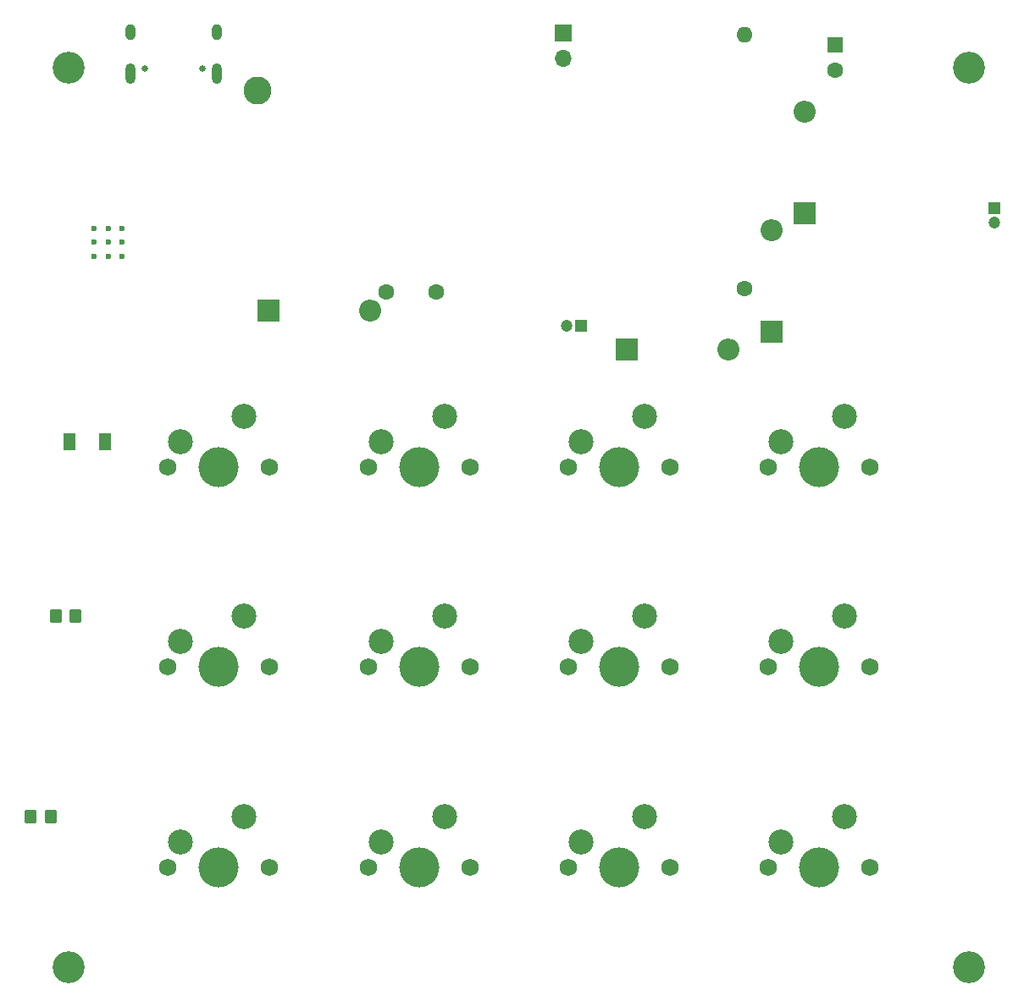
<source format=gbr>
%TF.GenerationSoftware,KiCad,Pcbnew,(6.0.0)*%
%TF.CreationDate,2022-04-12T23:44:40+02:00*%
%TF.ProjectId,keyboard_v1.0,6b657962-6f61-4726-945f-76312e302e6b,rev?*%
%TF.SameCoordinates,Original*%
%TF.FileFunction,Soldermask,Bot*%
%TF.FilePolarity,Negative*%
%FSLAX46Y46*%
G04 Gerber Fmt 4.6, Leading zero omitted, Abs format (unit mm)*
G04 Created by KiCad (PCBNEW (6.0.0)) date 2022-04-12 23:44:40*
%MOMM*%
%LPD*%
G01*
G04 APERTURE LIST*
G04 Aperture macros list*
%AMRoundRect*
0 Rectangle with rounded corners*
0 $1 Rounding radius*
0 $2 $3 $4 $5 $6 $7 $8 $9 X,Y pos of 4 corners*
0 Add a 4 corners polygon primitive as box body*
4,1,4,$2,$3,$4,$5,$6,$7,$8,$9,$2,$3,0*
0 Add four circle primitives for the rounded corners*
1,1,$1+$1,$2,$3*
1,1,$1+$1,$4,$5*
1,1,$1+$1,$6,$7*
1,1,$1+$1,$8,$9*
0 Add four rect primitives between the rounded corners*
20,1,$1+$1,$2,$3,$4,$5,0*
20,1,$1+$1,$4,$5,$6,$7,0*
20,1,$1+$1,$6,$7,$8,$9,0*
20,1,$1+$1,$8,$9,$2,$3,0*%
G04 Aperture macros list end*
%ADD10C,3.200000*%
%ADD11C,4.000000*%
%ADD12C,1.750000*%
%ADD13C,2.500000*%
%ADD14C,0.650000*%
%ADD15O,1.000000X2.100000*%
%ADD16O,1.000000X1.600000*%
%ADD17R,1.300000X1.700000*%
%ADD18RoundRect,0.250000X-0.350000X-0.450000X0.350000X-0.450000X0.350000X0.450000X-0.350000X0.450000X0*%
%ADD19C,0.600000*%
%ADD20R,1.700000X1.700000*%
%ADD21O,1.700000X1.700000*%
%ADD22C,1.600000*%
%ADD23R,1.200000X1.200000*%
%ADD24C,1.200000*%
%ADD25R,2.200000X2.200000*%
%ADD26O,2.200000X2.200000*%
%ADD27C,2.800000*%
%ADD28O,1.600000X1.600000*%
%ADD29R,1.600000X1.600000*%
G04 APERTURE END LIST*
D10*
%TO.C,M3*%
X45000000Y-35000000D03*
%TD*%
%TO.C,M3*%
X45000000Y-125000000D03*
%TD*%
%TO.C,M3*%
X135000000Y-35000000D03*
%TD*%
%TO.C,M3*%
X135000000Y-125000000D03*
%TD*%
D11*
%TO.C,SW3*%
X60000000Y-115000000D03*
D12*
X54920000Y-115000000D03*
X65080000Y-115000000D03*
D13*
X56190000Y-112460000D03*
X62540000Y-109920000D03*
%TD*%
D14*
%TO.C,P1*%
X58390000Y-35100000D03*
X52610000Y-35100000D03*
D15*
X51180000Y-35630000D03*
D16*
X51180000Y-31450000D03*
X59820000Y-31450000D03*
D15*
X59820000Y-35630000D03*
%TD*%
D13*
%TO.C,SW1*%
X62540000Y-69920000D03*
X56190000Y-72460000D03*
D12*
X65080000Y-75000000D03*
X54920000Y-75000000D03*
D11*
X60000000Y-75000000D03*
%TD*%
%TO.C,SW8*%
X100000000Y-95000000D03*
D12*
X94920000Y-95000000D03*
X105080000Y-95000000D03*
D13*
X96190000Y-92460000D03*
X102540000Y-89920000D03*
%TD*%
D17*
%TO.C,D1*%
X45108000Y-72454000D03*
X48608000Y-72454000D03*
%TD*%
D13*
%TO.C,SW6*%
X82540000Y-109920000D03*
X76190000Y-112460000D03*
D11*
X80000000Y-115000000D03*
D12*
X74920000Y-115000000D03*
X85080000Y-115000000D03*
%TD*%
D18*
%TO.C,R3*%
X41171000Y-109915000D03*
X43171000Y-109915000D03*
%TD*%
D19*
%TO.C,ESP32*%
X47560000Y-52500000D03*
X47560000Y-51100000D03*
X48960000Y-51100000D03*
X50360000Y-52500000D03*
X50360000Y-53900000D03*
X50360000Y-51100000D03*
X48960000Y-52500000D03*
X47560000Y-53900000D03*
X48960000Y-53900000D03*
%TD*%
D13*
%TO.C,SW12*%
X122540000Y-109920000D03*
X116190000Y-112460000D03*
D12*
X114920000Y-115000000D03*
D11*
X120000000Y-115000000D03*
D12*
X125080000Y-115000000D03*
%TD*%
D20*
%TO.C,BT1*%
X94420000Y-31543000D03*
D21*
X94420000Y-34083000D03*
%TD*%
D22*
%TO.C,TH1*%
X76735000Y-57485000D03*
X81735000Y-57485000D03*
%TD*%
D23*
%TO.C,C44*%
X137510000Y-49035401D03*
D24*
X137510000Y-50535401D03*
%TD*%
D11*
%TO.C,SW7*%
X100000000Y-75000000D03*
D12*
X94920000Y-75000000D03*
X105080000Y-75000000D03*
D13*
X96190000Y-72460000D03*
X102540000Y-69920000D03*
%TD*%
%TO.C,SW5*%
X82540000Y-89920000D03*
X76190000Y-92460000D03*
D11*
X80000000Y-95000000D03*
D12*
X74920000Y-95000000D03*
X85080000Y-95000000D03*
%TD*%
D25*
%TO.C,D40*%
X115251000Y-61440000D03*
D26*
X115251000Y-51280000D03*
%TD*%
D11*
%TO.C,SW9*%
X100000000Y-115000000D03*
D12*
X94920000Y-115000000D03*
X105080000Y-115000000D03*
D13*
X96190000Y-112460000D03*
X102540000Y-109920000D03*
%TD*%
D25*
%TO.C,D42*%
X118570000Y-49571850D03*
D26*
X118570000Y-39411850D03*
%TD*%
D27*
%TO.C,TP1*%
X63841000Y-37276000D03*
%TD*%
D12*
%TO.C,SW2*%
X54920000Y-95000000D03*
D11*
X60000000Y-95000000D03*
D12*
X65080000Y-95000000D03*
D13*
X56190000Y-92460000D03*
X62540000Y-89920000D03*
%TD*%
D12*
%TO.C,SW4*%
X85080000Y-75000000D03*
D11*
X80000000Y-75000000D03*
D12*
X74920000Y-75000000D03*
D13*
X76190000Y-72460000D03*
X82540000Y-69920000D03*
%TD*%
D22*
%TO.C,R13*%
X112560000Y-57105000D03*
D28*
X112560000Y-31705000D03*
%TD*%
D18*
%TO.C,R2*%
X43680000Y-89920000D03*
X45680000Y-89920000D03*
%TD*%
D12*
%TO.C,SW10*%
X114920000Y-75000000D03*
X125080000Y-75000000D03*
D11*
X120000000Y-75000000D03*
D13*
X116190000Y-72460000D03*
X122540000Y-69920000D03*
%TD*%
D29*
%TO.C,C40*%
X121605000Y-32745000D03*
D22*
X121605000Y-35245000D03*
%TD*%
D25*
%TO.C,D43*%
X64960000Y-59353000D03*
D26*
X75120000Y-59353000D03*
%TD*%
D12*
%TO.C,SW11*%
X125080000Y-95000000D03*
X114920000Y-95000000D03*
D11*
X120000000Y-95000000D03*
D13*
X116190000Y-92460000D03*
X122540000Y-89920000D03*
%TD*%
D24*
%TO.C,C49*%
X94745000Y-60801000D03*
D23*
X96245000Y-60801000D03*
%TD*%
D25*
%TO.C,D41*%
X100779000Y-63195000D03*
D26*
X110939000Y-63195000D03*
%TD*%
M02*

</source>
